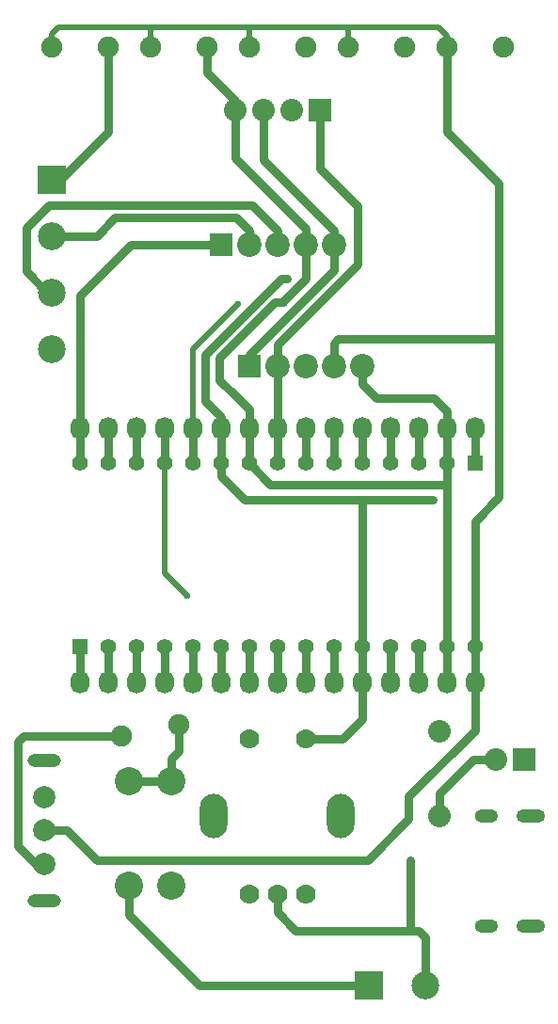
<source format=gbr>
G04 #@! TF.FileFunction,Copper,L2,Bot,Signal*
%FSLAX46Y46*%
G04 Gerber Fmt 4.6, Leading zero omitted, Abs format (unit mm)*
G04 Created by KiCad (PCBNEW 4.0.5) date 12/07/17 20:38:24*
%MOMM*%
%LPD*%
G01*
G04 APERTURE LIST*
%ADD10C,0.500000*%
%ADD11C,1.778000*%
%ADD12O,2.500000X4.000500*%
%ADD13R,2.032000X2.032000*%
%ADD14C,2.032000*%
%ADD15C,1.905000*%
%ADD16O,1.727200X2.032000*%
%ADD17C,2.540000*%
%ADD18C,2.000000*%
%ADD19O,3.000000X1.200000*%
%ADD20O,2.100000X1.200000*%
%ADD21O,2.600000X1.200000*%
%ADD22R,2.100580X2.100580*%
%ADD23C,2.199640*%
%ADD24R,2.499360X2.499360*%
%ADD25C,2.499360*%
%ADD26C,1.397000*%
%ADD27R,1.397000X1.397000*%
%ADD28C,0.600000*%
%ADD29C,0.762000*%
%ADD30C,0.508000*%
G04 APERTURE END LIST*
D10*
D11*
X22225000Y13970000D03*
X27305000Y13970000D03*
X24765000Y13970000D03*
X22225000Y27940000D03*
X27305000Y27940000D03*
D12*
X30480000Y20955000D03*
X19050000Y20955000D03*
D13*
X28575000Y84455000D03*
D14*
X26035000Y84455000D03*
X23495000Y84455000D03*
X20955000Y84455000D03*
D15*
X15875000Y29210000D03*
X10775000Y28210000D03*
D14*
X39370000Y28575000D03*
X39370000Y20955000D03*
D16*
X6985000Y33020000D03*
X9525000Y33020000D03*
X12065000Y33020000D03*
X14605000Y33020000D03*
X17145000Y33020000D03*
X19685000Y33020000D03*
X22225000Y33020000D03*
X24765000Y33020000D03*
X27305000Y33020000D03*
X29845000Y33020000D03*
X32385000Y33020000D03*
X34925000Y33020000D03*
X37465000Y33020000D03*
X40005000Y33020000D03*
X42545000Y33020000D03*
X6985000Y55880000D03*
X37465000Y55880000D03*
X40005000Y55880000D03*
X34925000Y55880000D03*
X19685000Y55880000D03*
X17145000Y55880000D03*
X22225000Y55880000D03*
X42545000Y55880000D03*
X27305000Y55880000D03*
X24765000Y55880000D03*
X29845000Y55880000D03*
X32385000Y55880000D03*
X12065000Y55880000D03*
X14605000Y55880000D03*
X9525000Y55880000D03*
D17*
X15240000Y24130000D03*
X15240000Y14732000D03*
D18*
X3784600Y19692620D03*
X3810000Y16685000D03*
X3810000Y22685000D03*
D19*
X3810000Y13385000D03*
X3810000Y25985000D03*
D15*
X4445000Y90170000D03*
X9525000Y90170000D03*
X13335000Y90170000D03*
X18415000Y90170000D03*
X22225000Y90170000D03*
X27305000Y90170000D03*
X31115000Y90170000D03*
X36195000Y90170000D03*
X40005000Y90170000D03*
X45085000Y90170000D03*
D17*
X11430000Y24130000D03*
X11430000Y14732000D03*
D20*
X43580000Y11049000D03*
X43580000Y20949000D03*
D21*
X47580000Y11049000D03*
X47580000Y20949000D03*
D22*
X19685000Y72390000D03*
D23*
X22225000Y72390000D03*
X24765000Y72390000D03*
X27305000Y72390000D03*
X29845000Y72390000D03*
D24*
X4445000Y78232000D03*
D25*
X4445000Y73152000D03*
X4445000Y68072000D03*
X4445000Y62992000D03*
D26*
X42545000Y36195000D03*
X40005000Y36195000D03*
X37465000Y36195000D03*
X34925000Y36195000D03*
X32385000Y36195000D03*
D27*
X6985000Y36195000D03*
D26*
X9525000Y36195000D03*
X12065000Y36195000D03*
X14605000Y36195000D03*
X17145000Y36195000D03*
X19685000Y36195000D03*
X22225000Y36195000D03*
X24765000Y36195000D03*
X27305000Y36195000D03*
X29845000Y36195000D03*
X6985000Y52705000D03*
X9525000Y52705000D03*
X12065000Y52705000D03*
X14605000Y52705000D03*
X17145000Y52705000D03*
D27*
X42545000Y52705000D03*
D26*
X40005000Y52705000D03*
X37465000Y52705000D03*
X34925000Y52705000D03*
X32385000Y52705000D03*
X29845000Y52705000D03*
X27305000Y52705000D03*
X24765000Y52705000D03*
X22225000Y52705000D03*
X19685000Y52705000D03*
D24*
X33020000Y5715000D03*
D25*
X38100000Y5715000D03*
D14*
X44450000Y26035000D03*
D13*
X46990000Y26035000D03*
D22*
X22225000Y61468000D03*
D23*
X24765000Y61468000D03*
X27305000Y61468000D03*
X29845000Y61468000D03*
X32385000Y61468000D03*
D28*
X36703000Y17018000D03*
X16637000Y40767000D03*
X21209000Y67056000D03*
X25654000Y69342000D03*
X38735000Y49403000D03*
D29*
X3810000Y16685000D02*
X3000000Y16685000D01*
X3000000Y16685000D02*
X1397000Y18288000D01*
X1397000Y18288000D02*
X1397000Y27686000D01*
X1397000Y27686000D02*
X1921000Y28210000D01*
X1921000Y28210000D02*
X10775000Y28210000D01*
X29845000Y61468000D02*
X29845000Y63500000D01*
X30226000Y63881000D02*
X44704000Y63881000D01*
X29845000Y63500000D02*
X30226000Y63881000D01*
X42545000Y36195000D02*
X42545000Y47498000D01*
X40005000Y82550000D02*
X40005000Y90170000D01*
X44704000Y77851000D02*
X40005000Y82550000D01*
X44704000Y49657000D02*
X44704000Y63881000D01*
X44704000Y63881000D02*
X44704000Y77851000D01*
X42545000Y47498000D02*
X44704000Y49657000D01*
X42545000Y33020000D02*
X42545000Y36195000D01*
X3784600Y19692620D02*
X5834380Y19692620D01*
X42545000Y28702000D02*
X42545000Y33020000D01*
X36576000Y22733000D02*
X42545000Y28702000D01*
X36576000Y20701000D02*
X36576000Y22733000D01*
X32893000Y17018000D02*
X36576000Y20701000D01*
X8509000Y17018000D02*
X32893000Y17018000D01*
X5834380Y19692620D02*
X8509000Y17018000D01*
D30*
X13335000Y90170000D02*
X13335000Y91948000D01*
X13335000Y91948000D02*
X13335000Y91821000D01*
X13335000Y91821000D02*
X13335000Y91948000D01*
X22225000Y90170000D02*
X22225000Y91948000D01*
X22352000Y91821000D02*
X22352000Y91948000D01*
X22225000Y91948000D02*
X22352000Y91821000D01*
X31115000Y90170000D02*
X31115000Y91948000D01*
X4445000Y90170000D02*
X4445000Y91313000D01*
X4445000Y91313000D02*
X5080000Y91948000D01*
X5080000Y91948000D02*
X13335000Y91948000D01*
X13335000Y91948000D02*
X22352000Y91948000D01*
X22352000Y91948000D02*
X31115000Y91948000D01*
X40005000Y91186000D02*
X40005000Y90170000D01*
X39243000Y91948000D02*
X40005000Y91186000D01*
X31115000Y91948000D02*
X39243000Y91948000D01*
D29*
X25273000Y67183000D02*
X25273000Y67310000D01*
X25273000Y67310000D02*
X27305000Y69342000D01*
X22225000Y55880000D02*
X22225000Y57531000D01*
X24511000Y67183000D02*
X25273000Y67183000D01*
X19558000Y62230000D02*
X24511000Y67183000D01*
X19558000Y60198000D02*
X19558000Y62230000D01*
X20955000Y58801000D02*
X19558000Y60198000D01*
X22225000Y57531000D02*
X20955000Y58801000D01*
X27305000Y69342000D02*
X27305000Y72390000D01*
X32385000Y61468000D02*
X32385000Y59817000D01*
X40005000Y57404000D02*
X40005000Y55880000D01*
X38862000Y58547000D02*
X40005000Y57404000D01*
X33655000Y58547000D02*
X38862000Y58547000D01*
X32385000Y59817000D02*
X33655000Y58547000D01*
X40005000Y52705000D02*
X40005000Y55880000D01*
X22225000Y52705000D02*
X22225000Y55880000D01*
X29845000Y33020000D02*
X29845000Y36195000D01*
X40005000Y33020000D02*
X40005000Y36195000D01*
X38100000Y5715000D02*
X38100000Y8890000D01*
X27305000Y72390000D02*
X27305000Y73787000D01*
X27305000Y73787000D02*
X20955000Y80137000D01*
X20955000Y80137000D02*
X20955000Y84455000D01*
X20955000Y84455000D02*
X20955000Y85344000D01*
X20955000Y85344000D02*
X18415000Y87884000D01*
X18415000Y87884000D02*
X18415000Y90170000D01*
X4445000Y78232000D02*
X5207000Y78232000D01*
X5207000Y78232000D02*
X9525000Y82550000D01*
X9525000Y82550000D02*
X9525000Y90170000D01*
X40005000Y50800000D02*
X24130000Y50800000D01*
X24130000Y50800000D02*
X22225000Y52705000D01*
X40005000Y36195000D02*
X40005000Y50800000D01*
X40005000Y50800000D02*
X40005000Y52705000D01*
X36703000Y10668000D02*
X36703000Y17018000D01*
X24765000Y13970000D02*
X24765000Y12319000D01*
X24765000Y12319000D02*
X26416000Y10668000D01*
X26416000Y10668000D02*
X36703000Y10668000D01*
X38100000Y10033000D02*
X38100000Y8890000D01*
X38100000Y8890000D02*
X38100000Y8255000D01*
X37465000Y10668000D02*
X38100000Y10033000D01*
X36703000Y10668000D02*
X37465000Y10668000D01*
X14605000Y52705000D02*
X14605000Y55880000D01*
D30*
X14605000Y52705000D02*
X14605000Y42799000D01*
X14605000Y42799000D02*
X16637000Y40767000D01*
D29*
X33020000Y5715000D02*
X17780000Y5715000D01*
X11430000Y12065000D02*
X11430000Y14732000D01*
X17780000Y5715000D02*
X11430000Y12065000D01*
X24765000Y61468000D02*
X24765000Y63373000D01*
X32004000Y70612000D02*
X32004000Y75438000D01*
X24765000Y63373000D02*
X32004000Y70612000D01*
X28575000Y84455000D02*
X28575000Y79248000D01*
X28575000Y79248000D02*
X29972000Y77851000D01*
X32004000Y75819000D02*
X32004000Y75438000D01*
X29972000Y77851000D02*
X32004000Y75819000D01*
X24765000Y52705000D02*
X24765000Y55880000D01*
X24765000Y55880000D02*
X24765000Y62357000D01*
X17145000Y52705000D02*
X17145000Y55880000D01*
D30*
X17145000Y55880000D02*
X17145000Y62992000D01*
X17145000Y62992000D02*
X21209000Y67056000D01*
D29*
X22225000Y61468000D02*
X22225000Y62484000D01*
X22225000Y62484000D02*
X29845000Y70104000D01*
X29845000Y70104000D02*
X29845000Y72390000D01*
X19685000Y55880000D02*
X19685000Y56896000D01*
X19685000Y56896000D02*
X18288000Y58293000D01*
X25146000Y69342000D02*
X25654000Y69342000D01*
X18288000Y62484000D02*
X25146000Y69342000D01*
X18288000Y58293000D02*
X18288000Y62484000D01*
X42545000Y52705000D02*
X42545000Y55880000D01*
X19685000Y52705000D02*
X19685000Y55880000D01*
X32385000Y33020000D02*
X32385000Y36195000D01*
X27305000Y27940000D02*
X30607000Y27940000D01*
X32385000Y29718000D02*
X32385000Y33020000D01*
X30607000Y27940000D02*
X32385000Y29718000D01*
X19685000Y52705000D02*
X19685000Y51562000D01*
X19685000Y51562000D02*
X21844000Y49403000D01*
X32385000Y49403000D02*
X21844000Y49403000D01*
X23495000Y84455000D02*
X23495000Y80010000D01*
X29845000Y73660000D02*
X29845000Y72390000D01*
X23495000Y80010000D02*
X29845000Y73660000D01*
X32385000Y49403000D02*
X21844000Y49403000D01*
X32385000Y49403000D02*
X38735000Y49403000D01*
X32385000Y36195000D02*
X32385000Y49403000D01*
X19812000Y52578000D02*
X19685000Y52705000D01*
X6985000Y52705000D02*
X6985000Y55880000D01*
X19685000Y72390000D02*
X11557000Y72390000D01*
X11557000Y72390000D02*
X6985000Y67818000D01*
X6985000Y67818000D02*
X6985000Y55880000D01*
X12065000Y52705000D02*
X12065000Y55880000D01*
X4445000Y73152000D02*
X8509000Y73152000D01*
X8509000Y73152000D02*
X10160000Y74803000D01*
X10160000Y74803000D02*
X21082000Y74803000D01*
X21082000Y74803000D02*
X22225000Y73660000D01*
X22225000Y73660000D02*
X22225000Y72390000D01*
X9525000Y52705000D02*
X9525000Y55880000D01*
X4445000Y68072000D02*
X4064000Y68072000D01*
X4064000Y68072000D02*
X2159000Y69977000D01*
X2159000Y69977000D02*
X2159000Y73914000D01*
X2159000Y73914000D02*
X4191000Y75946000D01*
X4191000Y75946000D02*
X22479000Y75946000D01*
X22479000Y75946000D02*
X24765000Y73660000D01*
X24765000Y73660000D02*
X24765000Y72390000D01*
X37465000Y52705000D02*
X37465000Y55880000D01*
X34925000Y52705000D02*
X34925000Y55880000D01*
X15240000Y24130000D02*
X15240000Y26162000D01*
X15875000Y26797000D02*
X15875000Y29210000D01*
X15240000Y26162000D02*
X15875000Y26797000D01*
X11430000Y24130000D02*
X15240000Y24130000D01*
X29845000Y52705000D02*
X29845000Y55880000D01*
X27305000Y52705000D02*
X27305000Y55880000D01*
X32385000Y52705000D02*
X32385000Y55880000D01*
X39370000Y20955000D02*
X39370000Y22987000D01*
X42418000Y26035000D02*
X44450000Y26035000D01*
X39370000Y22987000D02*
X42418000Y26035000D01*
X37465000Y33020000D02*
X37465000Y36195000D01*
X34925000Y33020000D02*
X34925000Y36195000D01*
X6985000Y33020000D02*
X6985000Y36195000D01*
X9525000Y33020000D02*
X9525000Y36195000D01*
X12065000Y33020000D02*
X12065000Y36195000D01*
X14605000Y33020000D02*
X14605000Y36195000D01*
X17145000Y33020000D02*
X17145000Y36195000D01*
X19685000Y33020000D02*
X19685000Y36195000D01*
X22225000Y33020000D02*
X22225000Y36195000D01*
X24765000Y33020000D02*
X24765000Y36195000D01*
X27305000Y33020000D02*
X27305000Y36195000D01*
M02*

</source>
